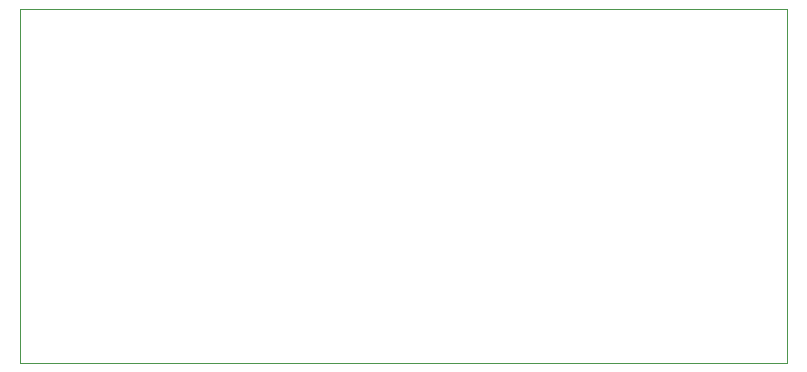
<source format=gbr>
G04 #@! TF.GenerationSoftware,KiCad,Pcbnew,5.1.5-52549c5~86~ubuntu18.04.1*
G04 #@! TF.CreationDate,2020-08-28T13:38:28-05:00*
G04 #@! TF.ProjectId,A03,4130332e-6b69-4636-9164-5f7063625858,rev?*
G04 #@! TF.SameCoordinates,Original*
G04 #@! TF.FileFunction,Profile,NP*
%FSLAX46Y46*%
G04 Gerber Fmt 4.6, Leading zero omitted, Abs format (unit mm)*
G04 Created by KiCad (PCBNEW 5.1.5-52549c5~86~ubuntu18.04.1) date 2020-08-28 13:38:28*
%MOMM*%
%LPD*%
G04 APERTURE LIST*
%ADD10C,0.050000*%
G04 APERTURE END LIST*
D10*
X21790000Y-48950000D02*
X86790000Y-48950000D01*
X86790000Y-18990000D02*
X86790000Y-48950000D01*
X21790000Y-18990000D02*
X86790000Y-18990000D01*
X21790000Y-18990000D02*
X21790000Y-48950000D01*
M02*

</source>
